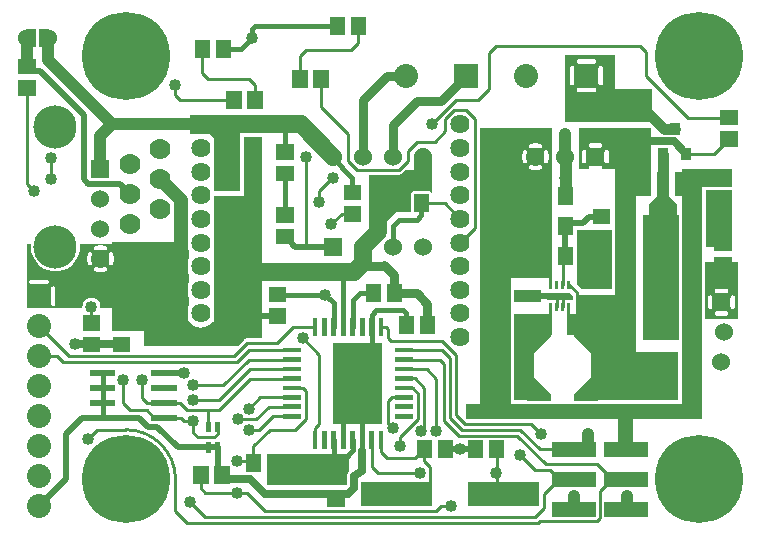
<source format=gbr>
G04 start of page 2 for group 0 idx 0 *
G04 Title: (unknown), component *
G04 Creator: pcb 20110918 *
G04 CreationDate: Tue 05 Jan 2016 03:28:34 AM GMT UTC *
G04 For: railfan *
G04 Format: Gerber/RS-274X *
G04 PCB-Dimensions: 250000 175000 *
G04 PCB-Coordinate-Origin: lower left *
%MOIN*%
%FSLAX25Y25*%
%LNTOP*%
%ADD49C,0.0530*%
%ADD48C,0.0380*%
%ADD47C,0.1285*%
%ADD46C,0.1280*%
%ADD45C,0.0480*%
%ADD44C,0.0320*%
%ADD43C,0.0280*%
%ADD42R,0.0167X0.0167*%
%ADD41R,0.0200X0.0200*%
%ADD40R,0.0787X0.0787*%
%ADD39R,0.0500X0.0500*%
%ADD38R,0.0157X0.0157*%
%ADD37R,0.0240X0.0240*%
%ADD36R,0.0098X0.0098*%
%ADD35R,0.0230X0.0230*%
%ADD34R,0.0300X0.0300*%
%ADD33R,0.0630X0.0630*%
%ADD32R,0.0142X0.0142*%
%ADD31R,0.0340X0.0340*%
%ADD30R,0.0360X0.0360*%
%ADD29R,0.0945X0.0945*%
%ADD28R,0.0378X0.0378*%
%ADD27R,0.0512X0.0512*%
%ADD26C,0.2937*%
%ADD25C,0.1440*%
%ADD24C,0.0700*%
%ADD23C,0.0800*%
%ADD22C,0.0640*%
%ADD21C,0.0500*%
%ADD20C,0.0350*%
%ADD19C,0.0400*%
%ADD18C,0.0450*%
%ADD17C,0.0600*%
%ADD16C,0.0300*%
%ADD15C,0.0200*%
%ADD14C,0.0250*%
%ADD13C,0.0150*%
%ADD12C,0.0100*%
%ADD11C,0.0001*%
G54D11*G36*
X171500Y66500D02*X177000D01*
Y43500D01*
X171500D01*
Y66500D01*
G37*
G36*
X212000Y66000D02*Y43500D01*
X198500D01*
Y66000D01*
X212000D01*
G37*
G36*
X155500Y42000D02*X234000D01*
Y37000D01*
X155500D01*
Y42000D01*
G37*
G36*
X208000Y43500D02*Y59500D01*
X226000D01*
Y43500D01*
X208000D01*
G37*
G36*
X184000Y75000D02*Y65000D01*
X171500D01*
Y72000D01*
X183000D01*
Y75000D01*
X184000D01*
G37*
G36*
X183500Y79000D02*Y77000D01*
X179500D01*
Y79000D01*
X183500D01*
G37*
G36*
X193000Y77500D02*X192000D01*
Y79000D01*
X190500Y80500D01*
X189000D01*
Y82500D01*
X190000D01*
X193000Y79500D01*
Y77500D01*
G37*
G36*
X171500Y80000D02*X180500D01*
Y76000D01*
X171500D01*
Y80000D01*
G37*
G36*
X211500Y78500D02*Y65000D01*
X192000D01*
Y78500D01*
X211500D01*
G37*
G36*
X183000Y85500D02*X184000D01*
Y80500D01*
X183000D01*
Y85500D01*
G37*
G36*
X189000Y75500D02*X190000D01*
Y72000D01*
X192000D01*
Y75500D01*
X194000D01*
Y65000D01*
X189000D01*
Y75500D01*
G37*
G36*
X164000Y85000D02*X170500D01*
Y40500D01*
X164000D01*
Y85000D01*
G37*
G36*
X160000Y99000D02*X166500D01*
Y37000D01*
X160000D01*
Y99000D01*
G37*
G36*
X127500Y107500D02*X133500D01*
X127500Y101500D01*
Y107500D01*
G37*
G36*
X81500Y122500D02*Y131000D01*
X87500D01*
Y122500D01*
X81500D01*
G37*
G36*
X63500Y132000D02*Y138500D01*
X77500D01*
X80000Y136000D01*
Y113000D01*
X71500D01*
Y130500D01*
X70000Y132000D01*
X63500D01*
G37*
G36*
X71500Y111500D02*X83000D01*
Y66000D01*
X71500D01*
Y111500D01*
G37*
G36*
X111000Y62500D02*X127500D01*
Y35500D01*
X111000D01*
Y62500D01*
G37*
G36*
X89000Y25500D02*X116500D01*
Y19685D01*
X116459Y19643D01*
X116404Y19596D01*
X116336Y19516D01*
X116263Y19441D01*
X116221Y19382D01*
X116174Y19327D01*
X116119Y19237D01*
X116059Y19151D01*
X116027Y19086D01*
X115989Y19025D01*
X115949Y18927D01*
X115903Y18833D01*
X115881Y18764D01*
X115854Y18697D01*
X115829Y18595D01*
X115798Y18495D01*
X115788Y18423D01*
X115771Y18353D01*
X115766Y18273D01*
X115748Y18144D01*
X115750Y17985D01*
Y15000D01*
X89000D01*
Y25500D01*
G37*
G36*
X144000Y120000D02*Y112397D01*
X143996Y112407D01*
X143914Y112542D01*
X143811Y112661D01*
X143692Y112764D01*
X143557Y112846D01*
X143412Y112906D01*
X143259Y112943D01*
X143102Y112952D01*
X137827Y112943D01*
X137674Y112906D01*
X137529Y112846D01*
X137394Y112764D01*
X137275Y112661D01*
X137172Y112542D01*
X137090Y112407D01*
X137030Y112262D01*
X136993Y112109D01*
X136984Y111952D01*
X136993Y106000D01*
X123000D01*
Y118500D01*
X132941D01*
X133000Y118495D01*
X133235Y118514D01*
X133235Y118514D01*
X133465Y118569D01*
X133683Y118659D01*
X133884Y118783D01*
X134064Y118936D01*
X134102Y118981D01*
X135121Y120000D01*
X140892D01*
X141000Y119995D01*
X141108Y120000D01*
X144000D01*
G37*
G36*
X37500Y66500D02*Y88555D01*
X37551Y88606D01*
X37619Y88702D01*
X37670Y88808D01*
X37818Y89216D01*
X37922Y89637D01*
X37984Y90067D01*
X38005Y90500D01*
X37984Y90933D01*
X37922Y91363D01*
X37818Y91784D01*
X37675Y92194D01*
X37622Y92300D01*
X37553Y92396D01*
X37500Y92450D01*
Y96000D01*
X62181D01*
X62172Y95878D01*
X62230Y95140D01*
X62402Y94421D01*
X62685Y93738D01*
X63000Y93224D01*
Y90658D01*
X62685Y90144D01*
X62402Y89461D01*
X62230Y88742D01*
X62172Y88004D01*
X62230Y87266D01*
X62402Y86547D01*
X62685Y85864D01*
X63000Y85350D01*
Y82784D01*
X62685Y82270D01*
X62402Y81587D01*
X62230Y80868D01*
X62172Y80130D01*
X62230Y79392D01*
X62402Y78673D01*
X62685Y77990D01*
X63000Y77476D01*
Y74910D01*
X62685Y74396D01*
X62402Y73713D01*
X62230Y72994D01*
X62172Y72256D01*
X62230Y71518D01*
X62402Y70799D01*
X62685Y70116D01*
X63000Y69602D01*
Y66500D01*
X37500D01*
G37*
G36*
X63000Y61500D02*X48000D01*
Y70500D01*
X62526D01*
X62685Y70116D01*
X63000Y69602D01*
Y61500D01*
G37*
G36*
X37113Y95500D02*X42500D01*
Y74000D01*
X37113D01*
Y88353D01*
X37156Y88360D01*
X37268Y88397D01*
X37373Y88452D01*
X37468Y88522D01*
X37551Y88606D01*
X37619Y88702D01*
X37670Y88808D01*
X37818Y89216D01*
X37922Y89637D01*
X37984Y90067D01*
X38005Y90500D01*
X37984Y90933D01*
X37922Y91363D01*
X37818Y91784D01*
X37675Y92194D01*
X37622Y92300D01*
X37553Y92396D01*
X37470Y92481D01*
X37375Y92551D01*
X37269Y92606D01*
X37157Y92643D01*
X37113Y92651D01*
Y95500D01*
G37*
G36*
X33502D02*X37113D01*
Y92651D01*
X37040Y92663D01*
X36921Y92664D01*
X36804Y92646D01*
X36691Y92610D01*
X36585Y92557D01*
X36488Y92488D01*
X36404Y92405D01*
X36333Y92309D01*
X36279Y92204D01*
X36241Y92092D01*
X36222Y91975D01*
X36221Y91856D01*
X36239Y91739D01*
X36277Y91626D01*
X36376Y91355D01*
X36444Y91075D01*
X36486Y90789D01*
X36500Y90500D01*
X36486Y90211D01*
X36444Y89925D01*
X36376Y89645D01*
X36280Y89372D01*
X36242Y89261D01*
X36225Y89144D01*
X36225Y89026D01*
X36245Y88909D01*
X36282Y88797D01*
X36336Y88693D01*
X36406Y88598D01*
X36491Y88515D01*
X36587Y88446D01*
X36692Y88393D01*
X36805Y88357D01*
X36921Y88340D01*
X37039Y88341D01*
X37113Y88353D01*
Y74000D01*
X33502D01*
Y85995D01*
X33933Y86016D01*
X34363Y86078D01*
X34784Y86182D01*
X35194Y86325D01*
X35300Y86378D01*
X35396Y86447D01*
X35481Y86530D01*
X35551Y86625D01*
X35606Y86731D01*
X35643Y86843D01*
X35663Y86960D01*
X35664Y87079D01*
X35646Y87196D01*
X35610Y87309D01*
X35557Y87415D01*
X35488Y87512D01*
X35405Y87596D01*
X35309Y87667D01*
X35204Y87721D01*
X35092Y87759D01*
X34975Y87778D01*
X34856Y87779D01*
X34739Y87761D01*
X34626Y87723D01*
X34355Y87624D01*
X34075Y87556D01*
X33789Y87514D01*
X33502Y87500D01*
Y93500D01*
X33789Y93486D01*
X34075Y93444D01*
X34355Y93376D01*
X34628Y93280D01*
X34739Y93242D01*
X34856Y93225D01*
X34974Y93225D01*
X35091Y93245D01*
X35203Y93282D01*
X35307Y93336D01*
X35402Y93406D01*
X35485Y93491D01*
X35554Y93587D01*
X35607Y93692D01*
X35643Y93805D01*
X35660Y93921D01*
X35659Y94039D01*
X35640Y94156D01*
X35603Y94268D01*
X35548Y94373D01*
X35478Y94468D01*
X35394Y94551D01*
X35298Y94619D01*
X35192Y94670D01*
X34784Y94818D01*
X34363Y94922D01*
X33933Y94984D01*
X33502Y95005D01*
Y95500D01*
G37*
G36*
X29887D02*X33502D01*
Y95005D01*
X33500Y95005D01*
X33067Y94984D01*
X32637Y94922D01*
X32216Y94818D01*
X31806Y94675D01*
X31700Y94622D01*
X31604Y94553D01*
X31519Y94470D01*
X31449Y94375D01*
X31394Y94269D01*
X31357Y94157D01*
X31337Y94040D01*
X31336Y93921D01*
X31354Y93804D01*
X31390Y93691D01*
X31443Y93585D01*
X31512Y93488D01*
X31595Y93404D01*
X31691Y93333D01*
X31796Y93279D01*
X31908Y93241D01*
X32025Y93222D01*
X32144Y93221D01*
X32261Y93239D01*
X32374Y93277D01*
X32645Y93376D01*
X32925Y93444D01*
X33211Y93486D01*
X33500Y93500D01*
X33502Y93500D01*
Y87500D01*
X33500Y87500D01*
X33211Y87514D01*
X32925Y87556D01*
X32645Y87624D01*
X32372Y87720D01*
X32261Y87758D01*
X32144Y87775D01*
X32026Y87775D01*
X31909Y87755D01*
X31797Y87718D01*
X31693Y87664D01*
X31598Y87594D01*
X31515Y87509D01*
X31446Y87413D01*
X31393Y87308D01*
X31357Y87195D01*
X31340Y87079D01*
X31341Y86961D01*
X31360Y86844D01*
X31397Y86732D01*
X31452Y86627D01*
X31522Y86532D01*
X31606Y86449D01*
X31702Y86381D01*
X31808Y86330D01*
X32216Y86182D01*
X32637Y86078D01*
X33067Y86016D01*
X33500Y85995D01*
X33502Y85995D01*
Y74000D01*
X33465D01*
X33472Y74029D01*
X33500Y74500D01*
X33472Y74971D01*
X33362Y75430D01*
X33181Y75866D01*
X32935Y76269D01*
X32628Y76628D01*
X32269Y76935D01*
X31866Y77181D01*
X31430Y77362D01*
X30971Y77472D01*
X30500Y77509D01*
X30029Y77472D01*
X29887Y77438D01*
Y88349D01*
X29960Y88337D01*
X30079Y88336D01*
X30196Y88354D01*
X30309Y88390D01*
X30415Y88443D01*
X30512Y88512D01*
X30596Y88595D01*
X30667Y88691D01*
X30721Y88796D01*
X30759Y88908D01*
X30778Y89025D01*
X30779Y89144D01*
X30761Y89261D01*
X30723Y89374D01*
X30624Y89645D01*
X30556Y89925D01*
X30514Y90211D01*
X30500Y90500D01*
X30514Y90789D01*
X30556Y91075D01*
X30624Y91355D01*
X30720Y91628D01*
X30758Y91739D01*
X30775Y91856D01*
X30775Y91974D01*
X30755Y92091D01*
X30718Y92203D01*
X30664Y92307D01*
X30594Y92402D01*
X30509Y92485D01*
X30413Y92554D01*
X30308Y92607D01*
X30195Y92643D01*
X30079Y92660D01*
X29961Y92659D01*
X29887Y92647D01*
Y95500D01*
G37*
G36*
X17750Y86334D02*X18500Y86275D01*
X19787Y86376D01*
X21042Y86677D01*
X22234Y87171D01*
X23335Y87846D01*
X24316Y88684D01*
X25154Y89665D01*
X25829Y90766D01*
X26323Y91958D01*
X26624Y93213D01*
X26700Y94500D01*
X26641Y95500D01*
X29887D01*
Y92647D01*
X29844Y92640D01*
X29732Y92603D01*
X29627Y92548D01*
X29532Y92478D01*
X29449Y92394D01*
X29381Y92298D01*
X29330Y92192D01*
X29182Y91784D01*
X29078Y91363D01*
X29016Y90933D01*
X28995Y90500D01*
X29016Y90067D01*
X29078Y89637D01*
X29182Y89216D01*
X29325Y88806D01*
X29378Y88700D01*
X29447Y88604D01*
X29530Y88519D01*
X29625Y88449D01*
X29731Y88394D01*
X29843Y88357D01*
X29887Y88349D01*
Y77438D01*
X29570Y77362D01*
X29134Y77181D01*
X28731Y76935D01*
X28372Y76628D01*
X28065Y76269D01*
X27819Y75866D01*
X27638Y75430D01*
X27528Y74971D01*
X27491Y74500D01*
X27528Y74029D01*
X27535Y74000D01*
X17750D01*
Y74748D01*
X17868Y74757D01*
X17982Y74785D01*
X18092Y74830D01*
X18192Y74891D01*
X18282Y74968D01*
X18359Y75058D01*
X18420Y75158D01*
X18465Y75268D01*
X18493Y75382D01*
X18500Y75500D01*
Y80500D01*
X18493Y80618D01*
X18465Y80732D01*
X18420Y80842D01*
X18359Y80942D01*
X18282Y81032D01*
X18192Y81109D01*
X18092Y81170D01*
X17982Y81215D01*
X17868Y81243D01*
X17750Y81252D01*
Y86334D01*
G37*
G36*
X13000Y88414D02*X13665Y87846D01*
X14766Y87171D01*
X15958Y86677D01*
X17213Y86376D01*
X17750Y86334D01*
Y81252D01*
X17632Y81243D01*
X17518Y81215D01*
X17408Y81170D01*
X17308Y81109D01*
X17218Y81032D01*
X17141Y80942D01*
X17080Y80842D01*
X17035Y80732D01*
X17007Y80618D01*
X17000Y80500D01*
Y75500D01*
X17007Y75382D01*
X17035Y75268D01*
X17080Y75158D01*
X17141Y75058D01*
X17218Y74968D01*
X17308Y74891D01*
X17408Y74830D01*
X17518Y74785D01*
X17632Y74757D01*
X17750Y74748D01*
Y74000D01*
X15500D01*
X15500Y74000D01*
X13000D01*
Y82000D01*
X15500D01*
X15618Y82007D01*
X15732Y82035D01*
X15842Y82080D01*
X15942Y82141D01*
X16032Y82218D01*
X16109Y82308D01*
X16170Y82408D01*
X16215Y82518D01*
X16243Y82632D01*
X16252Y82750D01*
X16243Y82868D01*
X16215Y82982D01*
X16170Y83092D01*
X16109Y83192D01*
X16032Y83282D01*
X15942Y83359D01*
X15842Y83420D01*
X15732Y83465D01*
X15618Y83493D01*
X15500Y83500D01*
X13000D01*
Y88414D01*
G37*
G36*
X9000Y74000D02*Y95500D01*
X10353D01*
X10275Y94500D01*
X10376Y93213D01*
X10677Y91958D01*
X11171Y90766D01*
X11846Y89665D01*
X12684Y88684D01*
X13000Y88414D01*
Y83500D01*
X10500D01*
X10382Y83493D01*
X10268Y83465D01*
X10158Y83420D01*
X10058Y83359D01*
X9968Y83282D01*
X9891Y83192D01*
X9830Y83092D01*
X9785Y82982D01*
X9757Y82868D01*
X9748Y82750D01*
X9757Y82632D01*
X9785Y82518D01*
X9830Y82408D01*
X9891Y82308D01*
X9968Y82218D01*
X10058Y82141D01*
X10158Y82080D01*
X10268Y82035D01*
X10382Y82007D01*
X10500Y82000D01*
X13000D01*
Y74000D01*
X10500D01*
X10500Y74000D01*
X9000D01*
G37*
G36*
X55500Y61500D02*Y69500D01*
X63063D01*
X63072Y69485D01*
X63552Y68922D01*
X64115Y68442D01*
X64746Y68055D01*
X65429Y67772D01*
X66148Y67600D01*
X66886Y67542D01*
X67624Y67600D01*
X68343Y67772D01*
X69026Y68055D01*
X69657Y68442D01*
X70220Y68922D01*
X70700Y69485D01*
X70709Y69500D01*
X76491D01*
X76528Y69029D01*
X76638Y68570D01*
X76819Y68134D01*
X77065Y67731D01*
X77372Y67372D01*
X77731Y67065D01*
X78134Y66819D01*
X78570Y66638D01*
X79029Y66528D01*
X79500Y66491D01*
X79971Y66528D01*
X80430Y66638D01*
X80866Y66819D01*
X81269Y67065D01*
X81628Y67372D01*
X81935Y67731D01*
X82181Y68134D01*
X82362Y68570D01*
X82472Y69029D01*
X82500Y69500D01*
X84127D01*
X84229Y69476D01*
X84543Y69451D01*
X84621Y69457D01*
X87500D01*
Y64000D01*
X82559D01*
X82500Y64005D01*
X82265Y63986D01*
X82035Y63931D01*
X81817Y63841D01*
X81616Y63717D01*
X81615Y63717D01*
X81436Y63564D01*
X81398Y63519D01*
X79379Y61500D01*
X55500D01*
G37*
G36*
X184000Y134000D02*Y124676D01*
X183986Y124500D01*
X184000Y124324D01*
Y118500D01*
X182113D01*
Y122353D01*
X182156Y122360D01*
X182268Y122397D01*
X182373Y122452D01*
X182468Y122522D01*
X182551Y122606D01*
X182619Y122702D01*
X182670Y122808D01*
X182818Y123216D01*
X182922Y123637D01*
X182984Y124067D01*
X183005Y124500D01*
X182984Y124933D01*
X182922Y125363D01*
X182818Y125784D01*
X182675Y126194D01*
X182622Y126300D01*
X182553Y126396D01*
X182470Y126481D01*
X182375Y126551D01*
X182269Y126606D01*
X182157Y126643D01*
X182113Y126651D01*
Y134000D01*
X184000D01*
G37*
G36*
X182113Y118500D02*X178502D01*
Y119995D01*
X178933Y120016D01*
X179363Y120078D01*
X179784Y120182D01*
X180194Y120325D01*
X180300Y120378D01*
X180396Y120447D01*
X180481Y120530D01*
X180551Y120625D01*
X180606Y120731D01*
X180643Y120843D01*
X180663Y120960D01*
X180664Y121079D01*
X180646Y121196D01*
X180610Y121309D01*
X180557Y121415D01*
X180488Y121512D01*
X180405Y121596D01*
X180309Y121667D01*
X180204Y121721D01*
X180092Y121759D01*
X179975Y121778D01*
X179856Y121779D01*
X179739Y121761D01*
X179626Y121723D01*
X179355Y121624D01*
X179075Y121556D01*
X178789Y121514D01*
X178502Y121500D01*
Y127500D01*
X178789Y127486D01*
X179075Y127444D01*
X179355Y127376D01*
X179628Y127280D01*
X179739Y127242D01*
X179856Y127225D01*
X179974Y127225D01*
X180091Y127245D01*
X180203Y127282D01*
X180307Y127336D01*
X180402Y127406D01*
X180485Y127491D01*
X180554Y127587D01*
X180607Y127692D01*
X180643Y127805D01*
X180660Y127921D01*
X180659Y128039D01*
X180640Y128156D01*
X180603Y128268D01*
X180548Y128373D01*
X180478Y128468D01*
X180394Y128551D01*
X180298Y128619D01*
X180192Y128670D01*
X179784Y128818D01*
X179363Y128922D01*
X178933Y128984D01*
X178502Y129005D01*
Y134000D01*
X182113D01*
Y126651D01*
X182040Y126663D01*
X181921Y126664D01*
X181804Y126646D01*
X181691Y126610D01*
X181585Y126557D01*
X181488Y126488D01*
X181404Y126405D01*
X181333Y126309D01*
X181279Y126204D01*
X181241Y126092D01*
X181222Y125975D01*
X181221Y125856D01*
X181239Y125739D01*
X181277Y125626D01*
X181376Y125355D01*
X181444Y125075D01*
X181486Y124789D01*
X181500Y124500D01*
X181486Y124211D01*
X181444Y123925D01*
X181376Y123645D01*
X181280Y123372D01*
X181242Y123261D01*
X181225Y123144D01*
X181225Y123026D01*
X181245Y122909D01*
X181282Y122797D01*
X181336Y122693D01*
X181406Y122598D01*
X181491Y122515D01*
X181587Y122446D01*
X181692Y122393D01*
X181805Y122357D01*
X181921Y122340D01*
X182039Y122341D01*
X182113Y122353D01*
Y118500D01*
G37*
G36*
X178502D02*X174887D01*
Y122349D01*
X174960Y122337D01*
X175079Y122336D01*
X175196Y122354D01*
X175309Y122390D01*
X175415Y122443D01*
X175512Y122512D01*
X175596Y122595D01*
X175667Y122691D01*
X175721Y122796D01*
X175759Y122908D01*
X175778Y123025D01*
X175779Y123144D01*
X175761Y123261D01*
X175723Y123374D01*
X175624Y123645D01*
X175556Y123925D01*
X175514Y124211D01*
X175500Y124500D01*
X175514Y124789D01*
X175556Y125075D01*
X175624Y125355D01*
X175720Y125628D01*
X175758Y125739D01*
X175775Y125856D01*
X175775Y125974D01*
X175755Y126091D01*
X175718Y126203D01*
X175664Y126307D01*
X175594Y126402D01*
X175509Y126485D01*
X175413Y126554D01*
X175308Y126607D01*
X175195Y126643D01*
X175079Y126660D01*
X174961Y126659D01*
X174887Y126647D01*
Y134000D01*
X178502D01*
Y129005D01*
X178500Y129005D01*
X178067Y128984D01*
X177637Y128922D01*
X177216Y128818D01*
X176806Y128675D01*
X176700Y128622D01*
X176604Y128553D01*
X176519Y128470D01*
X176449Y128375D01*
X176394Y128269D01*
X176357Y128157D01*
X176337Y128040D01*
X176336Y127921D01*
X176354Y127804D01*
X176390Y127691D01*
X176443Y127585D01*
X176512Y127488D01*
X176595Y127404D01*
X176691Y127333D01*
X176796Y127279D01*
X176908Y127241D01*
X177025Y127222D01*
X177144Y127221D01*
X177261Y127239D01*
X177374Y127277D01*
X177645Y127376D01*
X177925Y127444D01*
X178211Y127486D01*
X178500Y127500D01*
X178502Y127500D01*
Y121500D01*
X178500Y121500D01*
X178211Y121514D01*
X177925Y121556D01*
X177645Y121624D01*
X177372Y121720D01*
X177261Y121758D01*
X177144Y121775D01*
X177026Y121775D01*
X176909Y121755D01*
X176797Y121718D01*
X176693Y121664D01*
X176598Y121594D01*
X176515Y121509D01*
X176446Y121413D01*
X176393Y121308D01*
X176357Y121195D01*
X176340Y121079D01*
X176341Y120961D01*
X176360Y120844D01*
X176397Y120732D01*
X176452Y120627D01*
X176522Y120532D01*
X176606Y120449D01*
X176702Y120381D01*
X176808Y120330D01*
X177216Y120182D01*
X177637Y120078D01*
X178067Y120016D01*
X178500Y119995D01*
X178502Y119995D01*
Y118500D01*
G37*
G36*
X174887D02*X165000D01*
Y134000D01*
X174887D01*
Y126647D01*
X174844Y126640D01*
X174732Y126603D01*
X174627Y126548D01*
X174532Y126478D01*
X174449Y126394D01*
X174381Y126298D01*
X174330Y126192D01*
X174182Y125784D01*
X174078Y125363D01*
X174016Y124933D01*
X173995Y124500D01*
X174016Y124067D01*
X174078Y123637D01*
X174182Y123216D01*
X174325Y122806D01*
X174378Y122700D01*
X174447Y122604D01*
X174530Y122519D01*
X174625Y122449D01*
X174731Y122394D01*
X174843Y122357D01*
X174887Y122349D01*
Y118500D01*
G37*
G36*
X165000Y120000D02*X184000D01*
Y84000D01*
X165000D01*
Y120000D01*
G37*
G36*
X202250Y134000D02*X212000D01*
Y120500D01*
X202250D01*
Y122248D01*
X202368Y122257D01*
X202482Y122285D01*
X202592Y122330D01*
X202692Y122391D01*
X202782Y122468D01*
X202859Y122558D01*
X202920Y122658D01*
X202965Y122768D01*
X202993Y122882D01*
X203000Y123000D01*
Y126000D01*
X202993Y126118D01*
X202965Y126232D01*
X202920Y126342D01*
X202859Y126442D01*
X202782Y126532D01*
X202692Y126609D01*
X202592Y126670D01*
X202482Y126715D01*
X202368Y126743D01*
X202250Y126752D01*
Y134000D01*
G37*
G36*
X198500D02*X202250D01*
Y126752D01*
X202132Y126743D01*
X202018Y126715D01*
X201908Y126670D01*
X201808Y126609D01*
X201718Y126532D01*
X201641Y126442D01*
X201580Y126342D01*
X201535Y126232D01*
X201507Y126118D01*
X201500Y126000D01*
Y123000D01*
X201507Y122882D01*
X201535Y122768D01*
X201580Y122658D01*
X201641Y122558D01*
X201718Y122468D01*
X201808Y122391D01*
X201908Y122330D01*
X202018Y122285D01*
X202132Y122257D01*
X202250Y122248D01*
Y120500D01*
X200708D01*
X200715Y120518D01*
X200743Y120632D01*
X200752Y120750D01*
X200743Y120868D01*
X200715Y120982D01*
X200670Y121092D01*
X200609Y121192D01*
X200532Y121282D01*
X200442Y121359D01*
X200342Y121420D01*
X200232Y121465D01*
X200118Y121493D01*
X200000Y121500D01*
X198500D01*
Y127500D01*
X200000D01*
X200118Y127507D01*
X200232Y127535D01*
X200342Y127580D01*
X200442Y127641D01*
X200532Y127718D01*
X200609Y127808D01*
X200670Y127908D01*
X200715Y128018D01*
X200743Y128132D01*
X200752Y128250D01*
X200743Y128368D01*
X200715Y128482D01*
X200670Y128592D01*
X200609Y128692D01*
X200532Y128782D01*
X200442Y128859D01*
X200342Y128920D01*
X200232Y128965D01*
X200118Y128993D01*
X200000Y129000D01*
X198500D01*
Y134000D01*
G37*
G36*
X194750D02*X198500D01*
Y129000D01*
X197000D01*
X196882Y128993D01*
X196768Y128965D01*
X196658Y128920D01*
X196558Y128859D01*
X196468Y128782D01*
X196391Y128692D01*
X196330Y128592D01*
X196285Y128482D01*
X196257Y128368D01*
X196248Y128250D01*
X196257Y128132D01*
X196285Y128018D01*
X196330Y127908D01*
X196391Y127808D01*
X196468Y127718D01*
X196558Y127641D01*
X196658Y127580D01*
X196768Y127535D01*
X196882Y127507D01*
X197000Y127500D01*
X198500D01*
Y121500D01*
X197000D01*
X196882Y121493D01*
X196768Y121465D01*
X196658Y121420D01*
X196558Y121359D01*
X196468Y121282D01*
X196391Y121192D01*
X196330Y121092D01*
X196285Y120982D01*
X196257Y120868D01*
X196248Y120750D01*
X196257Y120632D01*
X196285Y120518D01*
X196292Y120500D01*
X194750D01*
Y122248D01*
X194868Y122257D01*
X194982Y122285D01*
X195092Y122330D01*
X195192Y122391D01*
X195282Y122468D01*
X195359Y122558D01*
X195420Y122658D01*
X195465Y122768D01*
X195493Y122882D01*
X195500Y123000D01*
Y126000D01*
X195493Y126118D01*
X195465Y126232D01*
X195420Y126342D01*
X195359Y126442D01*
X195282Y126532D01*
X195192Y126609D01*
X195092Y126670D01*
X194982Y126715D01*
X194868Y126743D01*
X194750Y126752D01*
Y134000D01*
G37*
G36*
X193000D02*X194750D01*
Y126752D01*
X194632Y126743D01*
X194518Y126715D01*
X194408Y126670D01*
X194308Y126609D01*
X194218Y126532D01*
X194141Y126442D01*
X194080Y126342D01*
X194035Y126232D01*
X194007Y126118D01*
X194000Y126000D01*
Y123000D01*
X194007Y122882D01*
X194035Y122768D01*
X194080Y122658D01*
X194141Y122558D01*
X194218Y122468D01*
X194308Y122391D01*
X194408Y122330D01*
X194518Y122285D01*
X194632Y122257D01*
X194750Y122248D01*
Y120500D01*
X193000D01*
Y134000D01*
G37*
G36*
X200250Y158500D02*X205000D01*
Y136000D01*
X200250D01*
Y148248D01*
X200368Y148257D01*
X200482Y148285D01*
X200592Y148330D01*
X200692Y148391D01*
X200782Y148468D01*
X200859Y148558D01*
X200920Y148658D01*
X200965Y148768D01*
X200993Y148882D01*
X201000Y149000D01*
Y154000D01*
X200993Y154118D01*
X200965Y154232D01*
X200920Y154342D01*
X200859Y154442D01*
X200782Y154532D01*
X200692Y154609D01*
X200592Y154670D01*
X200482Y154715D01*
X200368Y154743D01*
X200250Y154752D01*
Y158500D01*
G37*
G36*
X195500D02*X200250D01*
Y154752D01*
X200132Y154743D01*
X200018Y154715D01*
X199908Y154670D01*
X199808Y154609D01*
X199718Y154532D01*
X199641Y154442D01*
X199580Y154342D01*
X199535Y154232D01*
X199507Y154118D01*
X199500Y154000D01*
Y149000D01*
X199507Y148882D01*
X199535Y148768D01*
X199580Y148658D01*
X199641Y148558D01*
X199718Y148468D01*
X199808Y148391D01*
X199908Y148330D01*
X200018Y148285D01*
X200132Y148257D01*
X200250Y148248D01*
Y136000D01*
X195500D01*
Y146000D01*
X198000D01*
X198118Y146007D01*
X198232Y146035D01*
X198342Y146080D01*
X198442Y146141D01*
X198532Y146218D01*
X198609Y146308D01*
X198670Y146408D01*
X198715Y146518D01*
X198743Y146632D01*
X198752Y146750D01*
X198743Y146868D01*
X198715Y146982D01*
X198670Y147092D01*
X198609Y147192D01*
X198532Y147282D01*
X198442Y147359D01*
X198342Y147420D01*
X198232Y147465D01*
X198118Y147493D01*
X198000Y147500D01*
X195500D01*
Y155500D01*
X198000D01*
X198118Y155507D01*
X198232Y155535D01*
X198342Y155580D01*
X198442Y155641D01*
X198532Y155718D01*
X198609Y155808D01*
X198670Y155908D01*
X198715Y156018D01*
X198743Y156132D01*
X198752Y156250D01*
X198743Y156368D01*
X198715Y156482D01*
X198670Y156592D01*
X198609Y156692D01*
X198532Y156782D01*
X198442Y156859D01*
X198342Y156920D01*
X198232Y156965D01*
X198118Y156993D01*
X198000Y157000D01*
X195500D01*
Y158500D01*
G37*
G36*
X190750D02*X195500D01*
Y157000D01*
X193000D01*
X192882Y156993D01*
X192768Y156965D01*
X192658Y156920D01*
X192558Y156859D01*
X192468Y156782D01*
X192391Y156692D01*
X192330Y156592D01*
X192285Y156482D01*
X192257Y156368D01*
X192248Y156250D01*
X192257Y156132D01*
X192285Y156018D01*
X192330Y155908D01*
X192391Y155808D01*
X192468Y155718D01*
X192558Y155641D01*
X192658Y155580D01*
X192768Y155535D01*
X192882Y155507D01*
X193000Y155500D01*
X195500D01*
Y147500D01*
X193000D01*
X192882Y147493D01*
X192768Y147465D01*
X192658Y147420D01*
X192558Y147359D01*
X192468Y147282D01*
X192391Y147192D01*
X192330Y147092D01*
X192285Y146982D01*
X192257Y146868D01*
X192248Y146750D01*
X192257Y146632D01*
X192285Y146518D01*
X192330Y146408D01*
X192391Y146308D01*
X192468Y146218D01*
X192558Y146141D01*
X192658Y146080D01*
X192768Y146035D01*
X192882Y146007D01*
X193000Y146000D01*
X195500D01*
Y136000D01*
X190750D01*
Y148248D01*
X190868Y148257D01*
X190982Y148285D01*
X191092Y148330D01*
X191192Y148391D01*
X191282Y148468D01*
X191359Y148558D01*
X191420Y148658D01*
X191465Y148768D01*
X191493Y148882D01*
X191500Y149000D01*
Y154000D01*
X191493Y154118D01*
X191465Y154232D01*
X191420Y154342D01*
X191359Y154442D01*
X191282Y154532D01*
X191192Y154609D01*
X191092Y154670D01*
X190982Y154715D01*
X190868Y154743D01*
X190750Y154752D01*
Y158500D01*
G37*
G36*
X188500D02*X190750D01*
Y154752D01*
X190632Y154743D01*
X190518Y154715D01*
X190408Y154670D01*
X190308Y154609D01*
X190218Y154532D01*
X190141Y154442D01*
X190080Y154342D01*
X190035Y154232D01*
X190007Y154118D01*
X190000Y154000D01*
Y149000D01*
X190007Y148882D01*
X190035Y148768D01*
X190080Y148658D01*
X190141Y148558D01*
X190218Y148468D01*
X190308Y148391D01*
X190408Y148330D01*
X190518Y148285D01*
X190632Y148257D01*
X190750Y148248D01*
Y136000D01*
X188500D01*
Y158500D01*
G37*
G36*
X203000Y136000D02*Y147000D01*
X217500D01*
Y136000D01*
X203000D01*
G37*
G36*
X217000Y125000D02*Y111500D01*
X209000D01*
Y125000D01*
X217000D01*
G37*
G36*
Y122000D02*X208500D01*
Y134000D01*
X217000D01*
Y122000D01*
G37*
G36*
X160000Y134000D02*X167500D01*
Y98000D01*
X160000D01*
Y134000D01*
G37*
G36*
X204000Y100000D02*Y80500D01*
X194000D01*
X192500Y82000D01*
Y100000D01*
X204000D01*
G37*
G36*
X212000Y123000D02*Y65000D01*
X205000D01*
Y123000D01*
X212000D01*
G37*
G36*
X227500Y120500D02*X234000D01*
Y40500D01*
X227500D01*
Y120500D01*
G37*
G36*
X226500Y63500D02*X214500D01*
Y105000D01*
X226500D01*
Y63500D01*
G37*
G36*
X246000Y81500D02*X235000D01*
Y89500D01*
X246000D01*
Y81500D01*
G37*
G36*
X230500Y120500D02*X244000D01*
Y114500D01*
X230500D01*
Y120500D01*
G37*
G36*
X246000Y70500D02*X244250D01*
Y73748D01*
X244368Y73757D01*
X244482Y73785D01*
X244592Y73830D01*
X244692Y73891D01*
X244782Y73968D01*
X244859Y74058D01*
X244920Y74158D01*
X244965Y74268D01*
X244993Y74382D01*
X245000Y74500D01*
Y77500D01*
X244993Y77618D01*
X244965Y77732D01*
X244920Y77842D01*
X244859Y77942D01*
X244782Y78032D01*
X244692Y78109D01*
X244592Y78170D01*
X244482Y78215D01*
X244368Y78243D01*
X244250Y78252D01*
Y82500D01*
X246000D01*
Y70500D01*
G37*
G36*
X244250D02*X241676D01*
X241500Y70514D01*
X241324Y70500D01*
X240500D01*
Y71500D01*
X242000D01*
X242118Y71507D01*
X242232Y71535D01*
X242342Y71580D01*
X242442Y71641D01*
X242532Y71718D01*
X242609Y71808D01*
X242670Y71908D01*
X242715Y72018D01*
X242743Y72132D01*
X242752Y72250D01*
X242743Y72368D01*
X242715Y72482D01*
X242670Y72592D01*
X242609Y72692D01*
X242532Y72782D01*
X242442Y72859D01*
X242342Y72920D01*
X242232Y72965D01*
X242118Y72993D01*
X242000Y73000D01*
X240500D01*
Y79000D01*
X242000D01*
X242118Y79007D01*
X242232Y79035D01*
X242342Y79080D01*
X242442Y79141D01*
X242532Y79218D01*
X242609Y79308D01*
X242670Y79408D01*
X242715Y79518D01*
X242743Y79632D01*
X242752Y79750D01*
X242743Y79868D01*
X242715Y79982D01*
X242670Y80092D01*
X242609Y80192D01*
X242532Y80282D01*
X242442Y80359D01*
X242342Y80420D01*
X242232Y80465D01*
X242118Y80493D01*
X242000Y80500D01*
X240500D01*
Y82500D01*
X244250D01*
Y78252D01*
X244132Y78243D01*
X244018Y78215D01*
X243908Y78170D01*
X243808Y78109D01*
X243718Y78032D01*
X243641Y77942D01*
X243580Y77842D01*
X243535Y77732D01*
X243507Y77618D01*
X243500Y77500D01*
Y74500D01*
X243507Y74382D01*
X243535Y74268D01*
X243580Y74158D01*
X243641Y74058D01*
X243718Y73968D01*
X243808Y73891D01*
X243908Y73830D01*
X244018Y73785D01*
X244132Y73757D01*
X244250Y73748D01*
Y70500D01*
G37*
G36*
X240500D02*X236750D01*
Y73748D01*
X236868Y73757D01*
X236982Y73785D01*
X237092Y73830D01*
X237192Y73891D01*
X237282Y73968D01*
X237359Y74058D01*
X237420Y74158D01*
X237465Y74268D01*
X237493Y74382D01*
X237500Y74500D01*
Y77500D01*
X237493Y77618D01*
X237465Y77732D01*
X237420Y77842D01*
X237359Y77942D01*
X237282Y78032D01*
X237192Y78109D01*
X237092Y78170D01*
X236982Y78215D01*
X236868Y78243D01*
X236750Y78252D01*
Y82500D01*
X240500D01*
Y80500D01*
X239000D01*
X238882Y80493D01*
X238768Y80465D01*
X238658Y80420D01*
X238558Y80359D01*
X238468Y80282D01*
X238391Y80192D01*
X238330Y80092D01*
X238285Y79982D01*
X238257Y79868D01*
X238248Y79750D01*
X238257Y79632D01*
X238285Y79518D01*
X238330Y79408D01*
X238391Y79308D01*
X238468Y79218D01*
X238558Y79141D01*
X238658Y79080D01*
X238768Y79035D01*
X238882Y79007D01*
X239000Y79000D01*
X240500D01*
Y73000D01*
X239000D01*
X238882Y72993D01*
X238768Y72965D01*
X238658Y72920D01*
X238558Y72859D01*
X238468Y72782D01*
X238391Y72692D01*
X238330Y72592D01*
X238285Y72482D01*
X238257Y72368D01*
X238248Y72250D01*
X238257Y72132D01*
X238285Y72018D01*
X238330Y71908D01*
X238391Y71808D01*
X238468Y71718D01*
X238558Y71641D01*
X238658Y71580D01*
X238768Y71535D01*
X238882Y71507D01*
X239000Y71500D01*
X240500D01*
Y70500D01*
G37*
G36*
X236750D02*X235000D01*
Y82500D01*
X236750D01*
Y78252D01*
X236632Y78243D01*
X236518Y78215D01*
X236408Y78170D01*
X236308Y78109D01*
X236218Y78032D01*
X236141Y77942D01*
X236080Y77842D01*
X236035Y77732D01*
X236007Y77618D01*
X236000Y77500D01*
Y74500D01*
X236007Y74382D01*
X236035Y74268D01*
X236080Y74158D01*
X236141Y74058D01*
X236218Y73968D01*
X236308Y73891D01*
X236408Y73830D01*
X236518Y73785D01*
X236632Y73757D01*
X236750Y73748D01*
Y70500D01*
G37*
G36*
X235500Y94500D02*Y113500D01*
X244000D01*
Y94500D01*
X235500D01*
G37*
G54D12*X102000Y37000D02*X98500Y33500D01*
X102000Y46500D02*Y37000D01*
X104977Y33977D02*X106500Y35500D01*
X104977Y30221D02*Y33977D01*
G54D13*X114425Y30221D02*Y48425D01*
X111276Y30221D02*Y24724D01*
X117575Y26575D02*X114500Y23000D01*
G54D14*X116000Y12000D02*X88500D01*
G54D12*Y6500D02*X145500D01*
X147000Y8000D01*
X179500Y2500D02*X62500D01*
X178500Y4500D02*X68500D01*
G54D15*X72575Y27652D02*Y19968D01*
Y27652D02*X59348D01*
G54D12*X74500Y48500D02*X64500D01*
G54D15*X72575Y19968D02*X74043Y18500D01*
G54D12*X134779Y60024D02*X147476D01*
X134779Y56874D02*X146626D01*
X147500Y63000D02*X130500D01*
G54D13*X135500Y72500D02*Y68543D01*
X135457Y68500D01*
G54D16*X142500Y75500D02*Y68543D01*
X142543Y68500D01*
G54D12*X134779Y53725D02*X142275D01*
X145500Y50500D01*
G54D13*X123874Y52374D02*Y71874D01*
X125500Y73500D01*
G54D12*X127000Y67756D02*X127023Y67779D01*
X130500Y63000D02*X129500Y64000D01*
X127023Y67779D02*X128721D01*
X129500Y67000D01*
Y64000D01*
X97221Y56874D02*X82874D01*
X74500Y48500D01*
X97221Y60023D02*X83023D01*
X104976Y67779D02*X97779D01*
X92500Y62500D01*
X82500D01*
X83023Y60023D02*X79000Y56000D01*
X82500Y62500D02*X78000Y58000D01*
X127024Y30221D02*Y25976D01*
X129500Y43000D02*Y35500D01*
X131000Y34000D01*
X127024Y25976D02*X129000Y24000D01*
X123874Y30221D02*Y21126D01*
X126000Y19000D01*
G54D13*X120725Y48225D02*Y26275D01*
G54D14*Y19725D01*
X118000Y18000D01*
G54D13*X117575Y30221D02*Y26575D01*
G54D14*X118000Y18000D02*Y14000D01*
X116000Y12000D01*
G54D12*X129000Y24000D02*X138414D01*
X141414Y27000D01*
X126000Y19000D02*X140500D01*
X141414Y27000D02*Y23086D01*
X143500Y21000D01*
Y11500D01*
X134779Y44276D02*X130776D01*
X129500Y43000D01*
X134779Y47425D02*X137575D01*
X139500Y45500D01*
X134779Y50575D02*X138425D01*
X141500Y47500D01*
X139500Y45500D02*Y37000D01*
X133500Y31000D01*
Y28000D01*
X141500Y47500D02*Y34000D01*
X140500Y33000D01*
X145500Y50500D02*Y33000D01*
G54D14*X88500Y12000D02*X83500Y17000D01*
G54D12*X88500Y6500D02*X82500Y12500D01*
X58500Y6500D02*Y17000D01*
X62500Y2500D02*X58500Y6500D01*
X68500Y4500D02*X63500Y9500D01*
G54D13*X95000Y126043D02*Y134500D01*
G54D17*X100252Y135248D02*X111000Y124500D01*
X66886Y135248D02*X100252D01*
G54D13*X95043Y126000D02*X95000Y126043D01*
G54D12*X116000Y132000D02*Y123000D01*
X102000Y160000D02*X117000D01*
X100000Y158000D02*X102000Y160000D01*
X100000Y149500D02*Y158000D01*
X107043Y150500D02*Y140957D01*
X116000Y132000D01*
G54D13*X80500Y160500D02*X74543D01*
G54D12*X83000Y150500D02*X69500D01*
X67500Y152500D01*
Y160500D01*
Y158500D01*
G54D15*X110457Y124543D02*X111000Y124000D01*
G54D12*X102000Y124500D02*Y94500D01*
G54D13*X95000Y119457D02*Y105905D01*
X117500Y117500D02*X111000Y124000D01*
X117500Y112500D02*Y117500D01*
G54D17*X126000Y109500D02*Y99500D01*
G54D12*X113914Y105414D02*X110500Y102000D01*
X117500Y105414D02*X113914D01*
X116000Y123000D02*X119000Y120000D01*
X133000D01*
X136000Y123000D01*
G54D17*X141000Y124500D02*Y119000D01*
G54D12*X85043Y148457D02*X83000Y150500D01*
G54D17*X84500Y69500D02*Y127500D01*
G54D12*X119500Y162500D02*Y167905D01*
G54D13*X114425Y67779D02*Y85925D01*
X114500Y86000D01*
X117575Y67779D02*Y76575D01*
X111275Y75725D02*X108500Y78500D01*
G54D12*X117000Y160000D02*X119500Y162500D01*
X106500Y113000D02*X111500Y118000D01*
X106500Y109500D02*Y113000D01*
G54D13*X108500Y78500D02*X92586D01*
G54D15*X111000Y94500D02*X98457D01*
X95000Y97957D01*
G54D13*X92586Y78500D02*X92543Y78543D01*
G54D18*X60500Y110000D02*Y64882D01*
G54D12*X30500Y74500D02*Y69043D01*
G54D14*X25000Y62000D02*X40500D01*
G54D13*X112457Y168000D02*X85000D01*
X84000Y167000D01*
Y164000D01*
X80500Y160500D01*
G54D16*X121000Y143500D02*X129000Y151500D01*
X147000Y143000D02*X139000D01*
X129000Y151500D02*X135500D01*
X121000Y124500D02*Y143500D01*
X139000Y143000D02*X131000Y135000D01*
Y124500D01*
G54D12*X136000Y123000D02*Y126500D01*
X139000Y129500D01*
X145000D01*
X148500Y133000D01*
Y137000D01*
X158500D02*Y100878D01*
X153500Y95878D01*
X148500Y137000D02*X151500Y140000D01*
X152000Y143500D02*X144000Y135500D01*
X151500Y140000D02*X155500D01*
X158500Y137000D01*
G54D16*X155500Y151500D02*X147000Y143000D01*
G54D12*X159500Y143500D02*X163000Y147000D01*
Y159000D01*
X159500Y143500D02*X152000D01*
X165500Y161500D02*X163000Y159000D01*
G54D13*X140500Y105000D02*X139000Y103500D01*
G54D12*X140500Y109000D02*X148252D01*
X153500Y103752D01*
G54D13*X140500Y109000D02*Y105000D01*
G54D15*X188500Y102500D02*Y91500D01*
X190086Y102500D02*X194500D01*
X196500Y104500D01*
X200500D01*
G54D12*X200543Y104543D01*
G54D17*X121000Y89000D02*X118000Y86000D01*
X85500D01*
G54D16*X127500Y88000D02*X121000D01*
X131500Y85000D02*X128000Y88500D01*
G54D13*X131000Y94000D02*Y101500D01*
G54D17*X126000Y99500D02*X121000Y94500D01*
G54D13*X133000Y103500D02*X139000D01*
X131000Y101500D02*X133000Y103500D01*
G54D17*X121000Y94500D02*Y89000D01*
G54D13*X117575Y76575D02*X120000Y79000D01*
G54D16*X131543D02*X139000D01*
X142500Y75500D01*
G54D13*X131500Y79043D02*X131543Y79000D01*
X134500Y73500D02*X135500Y72500D01*
X120000Y79000D02*X124457D01*
X125500Y73500D02*X134500D01*
G54D16*X131543Y79000D02*X131500Y85000D01*
G54D12*X187519Y77981D02*X187500Y78000D01*
G54D19*X188500Y124500D02*Y132000D01*
X188586Y124414D02*X188500Y124500D01*
X188586Y113500D02*Y124414D01*
G54D12*X187519Y74358D02*Y77981D01*
Y90433D02*Y81642D01*
Y90433D02*X188586Y91500D01*
X190000Y91414D02*X190086Y91500D01*
X185551Y74358D02*Y77949D01*
X185500Y78000D01*
X215500Y151500D02*Y159500D01*
X213500Y161500D01*
X165500D02*X213500D01*
G54D14*X214000Y129600D02*X224700D01*
X228800Y125500D01*
G54D20*X221000D02*Y111500D01*
X215000Y140000D02*X221300Y133700D01*
X224900D01*
G54D12*X215500Y151500D02*X229457Y137543D01*
X243000D01*
X228800Y125500D02*X238043D01*
X243000Y130457D01*
X147476Y60024D02*X150000Y57500D01*
X146626Y56874D02*X148000Y55500D01*
X152000Y38500D02*Y58500D01*
X147500Y63000D01*
X150000Y57500D02*Y37500D01*
X148000Y55500D02*Y36500D01*
X155000Y35500D02*X152000Y38500D01*
X154000Y33500D02*X150000Y37500D01*
X153000Y31500D02*X148000Y36500D01*
G54D15*X148500Y27000D02*X158500D01*
G54D21*X208500Y39500D02*Y27000D01*
G54D19*X209000Y11500D02*Y7000D01*
G54D12*X182000Y22000D02*X199000D01*
X180000Y27000D02*X191500D01*
X199000Y22000D02*X204000Y17000D01*
X200000Y13000D01*
Y4000D01*
X199000Y3000D01*
X178500Y20000D02*X183500D01*
X186500Y17000D01*
X181500Y12000D01*
Y7500D01*
X178500Y4500D01*
X199000Y3000D02*X180000D01*
X179500Y2500D01*
G54D19*X191500Y11500D02*Y7000D01*
X196000Y32000D02*Y27000D01*
G54D12*X153000Y31500D02*X172500D01*
X182000Y22000D01*
X154000Y33500D02*X173500D01*
X180000Y27000D01*
X155000Y35500D02*X177000D01*
X180500Y32000D01*
X173500Y25000D02*X178500Y20000D01*
X165543Y27000D02*Y13674D01*
X167717Y11500D01*
X147000Y8000D02*X150500D01*
X97221Y47425D02*X101075D01*
X106500Y58500D02*X101000Y64000D01*
X106500Y35500D02*Y58500D01*
X101075Y47425D02*X102000Y46500D01*
G54D15*X92543Y71457D02*X84543D01*
X84500Y71500D01*
G54D13*X111275Y67779D02*Y75725D01*
G54D12*X97146Y50500D02*X97221Y50575D01*
X84500Y28000D02*X90000Y33500D01*
X89626Y41126D02*X85500Y37000D01*
X79500D01*
X90976Y37976D02*X86500Y33500D01*
X83000D01*
X98500D02*X90000D01*
X84500Y28000D02*Y22543D01*
X79000Y23000D02*X84500D01*
X97221Y41126D02*X89626D01*
X97221Y37976D02*X90976D01*
X97221Y44275D02*X86775D01*
X97221Y53724D02*X83224D01*
X97146Y50500D02*X83500D01*
G54D14*Y17000D02*X74000D01*
G54D12*X82500Y12500D02*X68500D01*
X66957Y14043D01*
Y18500D01*
X86775Y44275D02*X83000Y40500D01*
X83224Y53724D02*X73000Y43500D01*
Y40000D02*X83500Y50500D01*
X69425Y34348D02*Y40000D01*
X72575Y34348D02*Y32075D01*
X71500Y31000D01*
X66000D01*
X64500Y32500D01*
Y36500D01*
X60500Y37500D02*X61500Y36500D01*
X64500D01*
G54D15*X59348Y27652D02*X52500Y34500D01*
X49500D01*
X46500Y37500D01*
G54D12*X73000Y43500D02*X64500D01*
X60000Y42500D02*X62500Y40000D01*
X73000D01*
X60500Y37500D02*X51500D01*
X47500Y44000D02*X49000Y42500D01*
X60000D01*
X51500Y37500D02*X49000Y40000D01*
X43500D01*
X47500Y44000D02*Y50000D01*
G54D15*X46500Y37500D02*X27500D01*
G54D13*X34250Y52500D02*Y37500D01*
G54D12*X43500Y40000D02*X41000Y42500D01*
Y50000D01*
G54D15*X54750Y52500D02*X61500D01*
G54D12*X79000Y56000D02*X21000D01*
X19000Y58000D01*
X78000D02*X23000D01*
X19000D02*X13000D01*
X23000D02*X13000Y68000D01*
X42000Y33500D02*X32500D01*
X29500Y30500D01*
G54D15*X27500Y37500D02*X22000Y32000D01*
Y17000D01*
X13000Y8000D01*
G54D12*X85043Y143500D02*Y148457D01*
X60000Y143500D02*X77957D01*
X58500Y145000D02*X60000Y143500D01*
X58500Y148500D02*Y145000D01*
G54D18*X53500Y117000D02*X60500Y110000D01*
G54D19*X66886Y135248D02*X37248D01*
X33500Y131500D01*
Y120500D01*
G54D15*X43500Y112000D02*X40000Y115500D01*
X29500D01*
X28000Y117000D01*
Y138500D01*
G54D19*X37252Y135248D02*X15900Y156600D01*
G54D15*X28000Y138500D02*X13500Y153000D01*
G54D19*X15900Y156600D02*Y163500D01*
X9000Y154543D02*Y163500D01*
G54D15*X13500Y153000D02*X8000D01*
G54D12*X17000Y124000D02*Y117000D01*
X11500Y113000D02*X9000Y115500D01*
Y147457D01*
X58500Y17000D02*G75*G03X42000Y33500I-16500J0D01*G01*
G54D17*X131000Y94500D03*
X141000D03*
X131000Y124500D03*
X121000D03*
X111000D03*
G54D11*G36*
X108000Y97500D02*Y91500D01*
X114000D01*
Y97500D01*
X108000D01*
G37*
G54D17*X121000Y94500D03*
G54D22*X66886Y88004D03*
Y80130D03*
Y72256D03*
Y64382D03*
G54D17*X141000Y124500D03*
G54D11*G36*
X151500Y155500D02*Y147500D01*
X159500D01*
Y155500D01*
X151500D01*
G37*
G54D22*X153500Y135248D03*
Y127374D03*
Y119500D03*
Y111626D03*
Y103752D03*
Y95878D03*
Y88004D03*
Y80130D03*
Y72256D03*
Y64382D03*
G54D23*X135500Y151500D03*
G54D22*X66886Y119500D03*
Y111626D03*
Y103752D03*
Y95878D03*
G54D17*X33500Y110500D03*
G54D24*X43500Y112000D03*
X53500Y107000D03*
G54D17*X33500Y100500D03*
G54D24*X43500Y102000D03*
G54D17*X33500Y90500D03*
G54D11*G36*
X63686Y138448D02*Y132048D01*
X70086D01*
Y138448D01*
X63686D01*
G37*
G54D22*X66886Y127374D03*
G54D24*X53500Y127000D03*
Y117000D03*
G54D25*X18500Y94500D03*
G54D11*G36*
X9000Y82000D02*Y74000D01*
X17000D01*
Y82000D01*
X9000D01*
G37*
G54D23*X13000Y68000D03*
Y58000D03*
Y48000D03*
Y38000D03*
G54D26*X42000Y158000D03*
G54D11*G36*
X30500Y123500D02*Y117500D01*
X36500D01*
Y123500D01*
X30500D01*
G37*
G54D24*X43500Y122000D03*
G54D25*X18500Y134500D03*
G54D11*G36*
X195500Y127500D02*Y121500D01*
X201500D01*
Y127500D01*
X195500D01*
G37*
G54D17*X188500Y124500D03*
X178500D03*
G54D26*X233000Y158000D03*
G54D11*G36*
X191500Y155500D02*Y147500D01*
X199500D01*
Y155500D01*
X191500D01*
G37*
G54D23*X175500Y151500D03*
G54D11*G36*
X237500Y79000D02*Y73000D01*
X243500D01*
Y79000D01*
X237500D01*
G37*
G54D17*X241500Y66000D03*
X240500Y56000D03*
G54D26*X42000Y17000D03*
G54D23*X13000Y28000D03*
Y18000D03*
Y8000D03*
G54D26*X233000Y17000D03*
G54D27*X85043Y143893D02*Y143107D01*
X77957Y143893D02*Y143107D01*
X74543Y160893D02*Y160107D01*
X67457Y160893D02*Y160107D01*
X77414Y116893D02*Y116107D01*
X84500Y116893D02*Y116107D01*
X94607Y118957D02*X95393D01*
X94607Y126043D02*X95393D01*
X77414Y127893D02*Y127107D01*
X84500Y127893D02*Y127107D01*
X99957Y150893D02*Y150107D01*
X107043Y150893D02*Y150107D01*
X112457Y168393D02*Y167607D01*
X119543Y168393D02*Y167607D01*
X94607Y97957D02*X95393D01*
X94607Y105043D02*X95393D01*
X240107Y110457D02*X240893D01*
G54D28*X221000Y117405D02*Y105595D01*
G54D29*Y103861D02*Y101971D01*
G54D11*G36*
X222885Y111426D02*X225725Y108586D01*
X224305Y107166D01*
X221465Y110006D01*
X222885Y111426D01*
G37*
G36*
X216275Y108586D02*X219115Y111426D01*
X220535Y110006D01*
X217695Y107166D01*
X216275Y108586D01*
G37*
G54D27*X240650Y88457D02*X241436D01*
X181500Y111893D02*Y111107D01*
X188586Y111893D02*Y111107D01*
X133457Y109393D02*Y108607D01*
X140543Y109393D02*Y108607D01*
X117107Y105414D02*X117893D01*
X117107Y112500D02*X117893D01*
X240107Y117543D02*X240893D01*
G54D28*X226906Y117405D02*Y113311D01*
X215094Y117405D02*Y113311D01*
G54D30*X213400Y129600D02*X214600D01*
X213400Y142500D02*X214600D01*
G54D27*X242607Y137543D02*X243393D01*
X242607Y130457D02*X243393D01*
G54D31*X224900Y134000D02*Y133400D01*
X221000Y125800D02*Y125200D01*
X228800Y125800D02*Y125200D01*
G54D27*X181457Y101893D02*Y101107D01*
X188543Y101893D02*Y101107D01*
X181500Y91893D02*Y91107D01*
X188586Y91893D02*Y91107D01*
X200150Y75957D02*X200936D01*
X200150Y83043D02*X200936D01*
X200150Y97457D02*X200936D01*
G54D11*G36*
X188797Y78117D02*X189881Y79201D01*
X190865Y78217D01*
X189781Y77133D01*
X188797Y78117D01*
G37*
G54D27*X200150Y104543D02*X200936D01*
G54D32*X182913Y77508D02*X190157D01*
G54D33*X219000Y74492D02*Y68193D01*
G54D27*X240650Y95543D02*X241436D01*
G54D17*X9100Y164000D03*
G54D34*X10600Y165500D02*Y162500D01*
G54D17*X15900Y164000D03*
G54D34*X14400Y165500D02*Y162500D01*
G54D27*X8607Y147457D02*X9393D01*
X8607Y154543D02*X9393D01*
G54D35*X198243Y65700D02*Y44300D01*
X192643D02*X198243D01*
X176843D02*X182443D01*
G54D11*G36*
X195093Y47450D02*Y43450D01*
X199093D01*
Y47450D01*
X195093D01*
G37*
G36*
X175993Y66550D02*Y62550D01*
X179993D01*
Y66550D01*
X175993D01*
G37*
G36*
Y47450D02*Y43450D01*
X179993D01*
Y47450D01*
X175993D01*
G37*
G36*
X193620Y66671D02*X199214Y61077D01*
X197093Y58956D01*
X191499Y64550D01*
X193620Y66671D01*
G37*
G36*
X191499Y45450D02*X197093Y51044D01*
X199214Y48923D01*
X193620Y43329D01*
X191499Y45450D01*
G37*
G54D35*X192643Y65700D02*X198243D01*
X176843D02*Y44300D01*
Y65700D02*X182443D01*
G54D11*G36*
X195093Y66550D02*Y62550D01*
X199093D01*
Y66550D01*
X195093D01*
G37*
G54D33*X219000Y54807D02*Y48508D01*
G54D11*G36*
X175872Y61077D02*X181466Y66671D01*
X183587Y64550D01*
X177993Y58956D01*
X175872Y61077D01*
G37*
G54D36*X189488Y82528D02*Y80756D01*
Y75244D02*Y73472D01*
X187519Y82528D02*Y80756D01*
X185551Y82528D02*Y80756D01*
X183582Y82528D02*Y80756D01*
Y75244D02*Y73472D01*
X185551Y75244D02*Y73472D01*
X187519Y75244D02*Y73472D01*
G54D37*X183405Y78000D02*X188681D01*
G54D27*X124457Y79393D02*Y78607D01*
X131543Y79393D02*Y78607D01*
X135457Y68893D02*Y68107D01*
X142543Y68893D02*Y68107D01*
G54D38*X132566Y60024D02*X136992D01*
X127023Y69992D02*Y65566D01*
X123874Y69992D02*Y65566D01*
G54D11*G36*
X177993Y51044D02*X183587Y45450D01*
X181466Y43329D01*
X175872Y48923D01*
X177993Y51044D01*
G37*
G54D27*X165543Y27393D02*Y26607D01*
G54D39*X186516Y27000D02*X196004D01*
X203996D02*X213484D01*
X186516Y17000D02*X196004D01*
X186516Y7000D02*X196004D01*
X203996D02*X213484D01*
X203996Y17000D02*X213484D01*
G54D27*X141414Y27393D02*Y26607D01*
X148500Y27393D02*Y26607D01*
X158457Y27393D02*Y26607D01*
G54D40*X159843Y12000D02*X175591D01*
X124409D02*X140157D01*
G54D38*X123874Y32434D02*Y28008D01*
X127024Y32434D02*Y28008D01*
X132566Y37977D02*X136992D01*
X132566Y41126D02*X136992D01*
X132566Y44276D02*X136992D01*
X132566Y47425D02*X136992D01*
X132566Y50575D02*X136992D01*
X132566Y53725D02*X136992D01*
X132566Y56874D02*X136992D01*
G54D27*X92150Y71457D02*X92936D01*
X92150Y78543D02*X92936D01*
G54D38*X95008Y60023D02*X99434D01*
X95008Y56874D02*X99434D01*
X95008Y53724D02*X99434D01*
X95008Y50575D02*X99434D01*
X95008Y47425D02*X99434D01*
X95008Y44275D02*X99434D01*
X95008Y41126D02*X99434D01*
X95008Y37976D02*X99434D01*
G54D27*X30107Y69043D02*X30893D01*
X30107Y61957D02*X30893D01*
G54D41*X31000Y52500D02*X37500D01*
X31000Y47500D02*X37500D01*
X31000Y42500D02*X37500D01*
X31000Y37500D02*X37500D01*
G54D27*X40107Y61957D02*X40893D01*
G54D41*X51500Y37500D02*X58000D01*
X51500Y42500D02*X58000D01*
X51500Y47500D02*X58000D01*
X51500Y52500D02*X58000D01*
G54D27*X40107Y69043D02*X40893D01*
X111607Y10457D02*X112393D01*
X111607Y17543D02*X112393D01*
G54D38*X104977Y32434D02*Y28008D01*
X108126Y32434D02*Y28008D01*
X111276Y32434D02*Y28008D01*
X114425Y32434D02*Y28008D01*
X117575Y32434D02*Y28008D01*
X120725Y32434D02*Y28008D01*
X120724Y69992D02*Y65566D01*
X117575Y69992D02*Y65566D01*
X114425Y69992D02*Y65566D01*
X111275Y69992D02*Y65566D01*
X108126Y69992D02*Y65566D01*
X104976Y69992D02*Y65566D01*
G54D27*X84457Y22893D02*Y22107D01*
X91543Y22893D02*Y22107D01*
G54D42*X72575Y35283D02*Y33413D01*
X69425Y35283D02*Y33413D01*
Y28587D02*Y26717D01*
X72575Y28587D02*Y26717D01*
G54D27*X66957Y18893D02*Y18107D01*
X74043Y18893D02*Y18107D01*
G54D19*X195000Y83500D03*
Y97000D03*
Y88000D03*
X178000Y78000D03*
X173500D03*
X195000Y92500D03*
X188500Y117500D03*
Y132000D03*
X114500Y23500D03*
X109500D03*
X120000Y39500D03*
X101000Y64000D03*
X83000Y40500D03*
Y33500D03*
X79000Y23000D03*
Y12500D03*
X79500Y37000D03*
X64500Y43500D03*
X25000Y62000D03*
X29500Y30500D03*
X30500Y74500D03*
X41000Y50000D03*
X47500D03*
X64500Y36500D03*
X63500Y9500D03*
X64500Y48500D03*
X61500Y52500D03*
X58000Y63500D03*
X218500Y93500D03*
X223500D03*
Y88500D03*
X218500Y83500D03*
X223500D03*
X218500Y88500D03*
X209000Y11500D03*
X125000Y39500D03*
X131000Y34000D03*
X133500Y28000D03*
X140000Y19000D03*
X140500Y33000D03*
X145500D03*
X168000Y39500D03*
X173000D03*
X163000D03*
X158000D03*
X153500Y27000D03*
X173500Y25000D03*
X165500Y19000D03*
X150500Y8000D03*
X180500Y32000D03*
X191500Y11500D03*
X196000Y32000D03*
X110500Y102000D03*
X102000Y124500D03*
X106500Y109500D03*
X108500Y78500D03*
X162000Y101000D03*
Y111000D03*
Y106000D03*
Y131000D03*
Y126000D03*
Y121000D03*
Y116000D03*
X111000Y117500D03*
X144000Y135500D03*
X84500Y86000D03*
Y91500D03*
Y80500D03*
X79500Y86000D03*
Y91500D03*
Y80500D03*
X58500Y148500D03*
X84500Y75000D03*
X79500D03*
X84500Y69500D03*
X79500D03*
X84000Y164000D03*
X17000Y124000D03*
Y117000D03*
X11500Y113000D03*
G54D15*G54D43*G54D44*G54D43*G54D45*G54D44*G54D45*G54D44*G54D43*G54D16*G54D43*G54D16*G54D43*G54D44*G54D16*G54D46*G54D45*G54D47*G54D43*G54D16*G54D46*G54D48*G54D47*G54D45*G54D49*G54D48*G54D47*G54D45*G54D47*M02*

</source>
